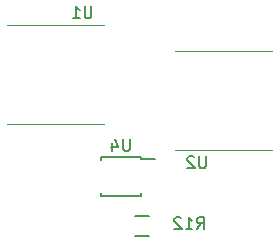
<source format=gbo>
G04 #@! TF.FileFunction,Legend,Bot*
%FSLAX46Y46*%
G04 Gerber Fmt 4.6, Leading zero omitted, Abs format (unit mm)*
G04 Created by KiCad (PCBNEW 4.0.7-e0-6372~58~ubuntu16.10.1) date Tue Oct  3 15:20:14 2017*
%MOMM*%
%LPD*%
G01*
G04 APERTURE LIST*
%ADD10C,0.100000*%
%ADD11C,0.150000*%
%ADD12C,0.120000*%
G04 APERTURE END LIST*
D10*
D11*
X28675000Y-21325000D02*
X28675000Y-21500000D01*
X25325000Y-21325000D02*
X25325000Y-21575000D01*
X25325000Y-24675000D02*
X25325000Y-24425000D01*
X28675000Y-24675000D02*
X28675000Y-24425000D01*
X28675000Y-21325000D02*
X25325000Y-21325000D01*
X28675000Y-24675000D02*
X25325000Y-24675000D01*
X28675000Y-21500000D02*
X29925000Y-21500000D01*
D12*
X25600000Y-10200000D02*
X17400000Y-10200000D01*
X25600000Y-18600000D02*
X17400000Y-18600000D01*
X31600000Y-20800000D02*
X39800000Y-20800000D01*
X31600000Y-12400000D02*
X39800000Y-12400000D01*
D11*
X29400000Y-26325000D02*
X28200000Y-26325000D01*
X28200000Y-28075000D02*
X29400000Y-28075000D01*
X27761905Y-19852381D02*
X27761905Y-20661905D01*
X27714286Y-20757143D01*
X27666667Y-20804762D01*
X27571429Y-20852381D01*
X27380952Y-20852381D01*
X27285714Y-20804762D01*
X27238095Y-20757143D01*
X27190476Y-20661905D01*
X27190476Y-19852381D01*
X26285714Y-20185714D02*
X26285714Y-20852381D01*
X26523810Y-19804762D02*
X26761905Y-20519048D01*
X26142857Y-20519048D01*
X24511905Y-8602381D02*
X24511905Y-9411905D01*
X24464286Y-9507143D01*
X24416667Y-9554762D01*
X24321429Y-9602381D01*
X24130952Y-9602381D01*
X24035714Y-9554762D01*
X23988095Y-9507143D01*
X23940476Y-9411905D01*
X23940476Y-8602381D01*
X22940476Y-9602381D02*
X23511905Y-9602381D01*
X23226191Y-9602381D02*
X23226191Y-8602381D01*
X23321429Y-8745238D01*
X23416667Y-8840476D01*
X23511905Y-8888095D01*
X34211905Y-21302381D02*
X34211905Y-22111905D01*
X34164286Y-22207143D01*
X34116667Y-22254762D01*
X34021429Y-22302381D01*
X33830952Y-22302381D01*
X33735714Y-22254762D01*
X33688095Y-22207143D01*
X33640476Y-22111905D01*
X33640476Y-21302381D01*
X33211905Y-21397619D02*
X33164286Y-21350000D01*
X33069048Y-21302381D01*
X32830952Y-21302381D01*
X32735714Y-21350000D01*
X32688095Y-21397619D01*
X32640476Y-21492857D01*
X32640476Y-21588095D01*
X32688095Y-21730952D01*
X33259524Y-22302381D01*
X32640476Y-22302381D01*
X33442857Y-27452381D02*
X33776191Y-26976190D01*
X34014286Y-27452381D02*
X34014286Y-26452381D01*
X33633333Y-26452381D01*
X33538095Y-26500000D01*
X33490476Y-26547619D01*
X33442857Y-26642857D01*
X33442857Y-26785714D01*
X33490476Y-26880952D01*
X33538095Y-26928571D01*
X33633333Y-26976190D01*
X34014286Y-26976190D01*
X32490476Y-27452381D02*
X33061905Y-27452381D01*
X32776191Y-27452381D02*
X32776191Y-26452381D01*
X32871429Y-26595238D01*
X32966667Y-26690476D01*
X33061905Y-26738095D01*
X32109524Y-26547619D02*
X32061905Y-26500000D01*
X31966667Y-26452381D01*
X31728571Y-26452381D01*
X31633333Y-26500000D01*
X31585714Y-26547619D01*
X31538095Y-26642857D01*
X31538095Y-26738095D01*
X31585714Y-26880952D01*
X32157143Y-27452381D01*
X31538095Y-27452381D01*
M02*

</source>
